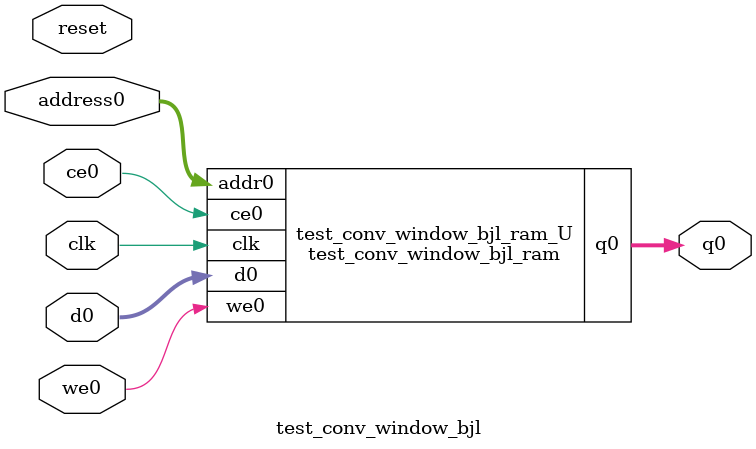
<source format=v>
`timescale 1 ns / 1 ps
module test_conv_window_bjl_ram (addr0, ce0, d0, we0, q0,  clk);

parameter DWIDTH = 4;
parameter AWIDTH = 6;
parameter MEM_SIZE = 64;

input[AWIDTH-1:0] addr0;
input ce0;
input[DWIDTH-1:0] d0;
input we0;
output reg[DWIDTH-1:0] q0;
input clk;

(* ram_style = "distributed" *)reg [DWIDTH-1:0] ram[0:MEM_SIZE-1];




always @(posedge clk)  
begin 
    if (ce0) begin
        if (we0) 
            ram[addr0] <= d0; 
        q0 <= ram[addr0];
    end
end


endmodule

`timescale 1 ns / 1 ps
module test_conv_window_bjl(
    reset,
    clk,
    address0,
    ce0,
    we0,
    d0,
    q0);

parameter DataWidth = 32'd4;
parameter AddressRange = 32'd64;
parameter AddressWidth = 32'd6;
input reset;
input clk;
input[AddressWidth - 1:0] address0;
input ce0;
input we0;
input[DataWidth - 1:0] d0;
output[DataWidth - 1:0] q0;



test_conv_window_bjl_ram test_conv_window_bjl_ram_U(
    .clk( clk ),
    .addr0( address0 ),
    .ce0( ce0 ),
    .we0( we0 ),
    .d0( d0 ),
    .q0( q0 ));

endmodule


</source>
